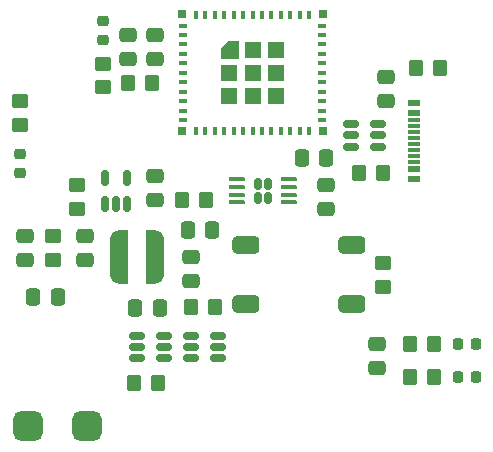
<source format=gbr>
%TF.GenerationSoftware,KiCad,Pcbnew,(6.0.10)*%
%TF.CreationDate,2023-02-26T14:05:18-05:00*%
%TF.ProjectId,ECG_2.0,4543475f-322e-4302-9e6b-696361645f70,rev?*%
%TF.SameCoordinates,Original*%
%TF.FileFunction,Paste,Top*%
%TF.FilePolarity,Positive*%
%FSLAX46Y46*%
G04 Gerber Fmt 4.6, Leading zero omitted, Abs format (unit mm)*
G04 Created by KiCad (PCBNEW (6.0.10)) date 2023-02-26 14:05:18*
%MOMM*%
%LPD*%
G01*
G04 APERTURE LIST*
G04 Aperture macros list*
%AMRoundRect*
0 Rectangle with rounded corners*
0 $1 Rounding radius*
0 $2 $3 $4 $5 $6 $7 $8 $9 X,Y pos of 4 corners*
0 Add a 4 corners polygon primitive as box body*
4,1,4,$2,$3,$4,$5,$6,$7,$8,$9,$2,$3,0*
0 Add four circle primitives for the rounded corners*
1,1,$1+$1,$2,$3*
1,1,$1+$1,$4,$5*
1,1,$1+$1,$6,$7*
1,1,$1+$1,$8,$9*
0 Add four rect primitives between the rounded corners*
20,1,$1+$1,$2,$3,$4,$5,0*
20,1,$1+$1,$4,$5,$6,$7,0*
20,1,$1+$1,$6,$7,$8,$9,0*
20,1,$1+$1,$8,$9,$2,$3,0*%
%AMFreePoly0*
4,1,19,-2.250000,0.000000,-2.234168,0.154524,-2.178607,0.322035,-2.086000,0.472272,-1.961315,0.597174,-1.811240,0.690043,-1.643826,0.745897,-1.488000,0.762000,1.488000,0.762000,1.642524,0.746168,1.810035,0.690607,1.960272,0.598000,2.085174,0.473315,2.178043,0.323240,2.233897,0.155826,2.250000,0.000000,2.250000,-0.762000,-2.250000,-0.762000,-2.250000,0.000000,-2.250000,0.000000,
$1*%
%AMFreePoly1*
4,1,19,-2.250000,0.762000,2.250000,0.762000,2.250000,0.000000,2.234168,-0.154524,2.178607,-0.322035,2.086000,-0.472272,1.961315,-0.597174,1.811240,-0.690043,1.643826,-0.745897,1.488000,-0.762000,-1.488000,-0.762000,-1.642524,-0.746168,-1.810035,-0.690607,-1.960272,-0.598000,-2.085174,-0.473315,-2.178043,-0.323240,-2.233897,-0.155826,-2.250000,0.000000,-2.250000,0.762000,-2.250000,0.762000,
$1*%
G04 Aperture macros list end*
%ADD10C,0.010000*%
%ADD11R,1.140000X0.300000*%
%ADD12R,1.140000X0.600000*%
%ADD13RoundRect,0.150000X0.512500X0.150000X-0.512500X0.150000X-0.512500X-0.150000X0.512500X-0.150000X0*%
%ADD14RoundRect,0.175000X-0.175000X-0.300000X0.175000X-0.300000X0.175000X0.300000X-0.175000X0.300000X0*%
%ADD15RoundRect,0.087500X-0.587500X-0.087500X0.587500X-0.087500X0.587500X0.087500X-0.587500X0.087500X0*%
%ADD16FreePoly0,270.000000*%
%ADD17FreePoly1,270.000000*%
%ADD18RoundRect,0.250000X0.350000X0.450000X-0.350000X0.450000X-0.350000X-0.450000X0.350000X-0.450000X0*%
%ADD19RoundRect,0.250000X-0.475000X0.337500X-0.475000X-0.337500X0.475000X-0.337500X0.475000X0.337500X0*%
%ADD20RoundRect,0.250000X-0.450000X0.350000X-0.450000X-0.350000X0.450000X-0.350000X0.450000X0.350000X0*%
%ADD21RoundRect,0.150000X0.150000X-0.512500X0.150000X0.512500X-0.150000X0.512500X-0.150000X-0.512500X0*%
%ADD22R,0.800000X0.400000*%
%ADD23R,0.400000X0.800000*%
%ADD24R,1.450000X1.450000*%
%ADD25R,0.700000X0.700000*%
%ADD26RoundRect,0.250000X0.450000X-0.350000X0.450000X0.350000X-0.450000X0.350000X-0.450000X-0.350000X0*%
%ADD27RoundRect,0.250000X-0.337500X-0.475000X0.337500X-0.475000X0.337500X0.475000X-0.337500X0.475000X0*%
%ADD28RoundRect,0.381000X0.762000X0.381000X-0.762000X0.381000X-0.762000X-0.381000X0.762000X-0.381000X0*%
%ADD29RoundRect,0.250000X-0.350000X-0.450000X0.350000X-0.450000X0.350000X0.450000X-0.350000X0.450000X0*%
%ADD30RoundRect,0.218750X0.218750X0.256250X-0.218750X0.256250X-0.218750X-0.256250X0.218750X-0.256250X0*%
%ADD31RoundRect,0.250000X0.475000X-0.337500X0.475000X0.337500X-0.475000X0.337500X-0.475000X-0.337500X0*%
%ADD32RoundRect,0.218750X0.256250X-0.218750X0.256250X0.218750X-0.256250X0.218750X-0.256250X-0.218750X0*%
%ADD33RoundRect,0.218750X-0.256250X0.218750X-0.256250X-0.218750X0.256250X-0.218750X0.256250X0.218750X0*%
%ADD34RoundRect,0.250000X0.337500X0.475000X-0.337500X0.475000X-0.337500X-0.475000X0.337500X-0.475000X0*%
%ADD35RoundRect,0.625000X-0.625000X-0.625000X0.625000X-0.625000X0.625000X0.625000X-0.625000X0.625000X0*%
G04 APERTURE END LIST*
%TO.C,U10*%
G36*
X234335000Y-79174000D02*
G01*
X232885000Y-79174000D01*
X232885000Y-78324000D01*
X233485000Y-77724000D01*
X234335000Y-77724000D01*
X234335000Y-79174000D01*
G37*
D10*
X234335000Y-79174000D02*
X232885000Y-79174000D01*
X232885000Y-78324000D01*
X233485000Y-77724000D01*
X234335000Y-77724000D01*
X234335000Y-79174000D01*
%TD*%
D11*
%TO.C,U9*%
X249245500Y-87955000D03*
X249245500Y-86955000D03*
X249245500Y-85455000D03*
X249245500Y-84455000D03*
D12*
X249245500Y-83805000D03*
X249245500Y-83005000D03*
D11*
X249245500Y-84955000D03*
X249245500Y-85955000D03*
X249245500Y-86455000D03*
X249245500Y-87455000D03*
D12*
X249245500Y-88605000D03*
X249245500Y-89405000D03*
%TD*%
D13*
%TO.C,U11*%
X232664000Y-104582000D03*
X232664000Y-103632000D03*
X232664000Y-102682000D03*
X230389000Y-102682000D03*
X230389000Y-103632000D03*
X230389000Y-104582000D03*
%TD*%
D14*
%TO.C,U2*%
X236044000Y-89834000D03*
X236904000Y-91014000D03*
X236904000Y-89834000D03*
X236044000Y-91014000D03*
D15*
X234299000Y-89449000D03*
X234299000Y-90099000D03*
X234299000Y-90749000D03*
X234299000Y-91399000D03*
X238649000Y-91399000D03*
X238649000Y-90749000D03*
X238649000Y-90099000D03*
X238649000Y-89449000D03*
%TD*%
D16*
%TO.C,L1*%
X227306000Y-96012000D03*
D17*
X224306000Y-96012000D03*
%TD*%
D18*
%TO.C,R11*%
X227568000Y-106680000D03*
X225568000Y-106680000D03*
%TD*%
D19*
%TO.C,C12*%
X241808000Y-89894500D03*
X241808000Y-91969500D03*
%TD*%
D20*
%TO.C,R4*%
X215900000Y-82820000D03*
X215900000Y-84820000D03*
%TD*%
D21*
%TO.C,U6*%
X223078000Y-91561500D03*
X224028000Y-91561500D03*
X224978000Y-91561500D03*
X224978000Y-89286500D03*
X223078000Y-89286500D03*
%TD*%
D18*
%TO.C,R3*%
X250936000Y-106199000D03*
X248936000Y-106199000D03*
%TD*%
D19*
%TO.C,C13*%
X230378000Y-95990500D03*
X230378000Y-98065500D03*
%TD*%
D22*
%TO.C,U10*%
X229685000Y-76424000D03*
X229685000Y-77224000D03*
X229685000Y-78024000D03*
X229685000Y-78824000D03*
X229685000Y-79624000D03*
X229685000Y-80424000D03*
X229685000Y-81224000D03*
X229685000Y-82024000D03*
X229685000Y-82824000D03*
X229685000Y-83624000D03*
X229685000Y-84424000D03*
D23*
X230785000Y-85324000D03*
X231585000Y-85324000D03*
X232385000Y-85324000D03*
X233185000Y-85324000D03*
X233985000Y-85324000D03*
X234785000Y-85324000D03*
X235585000Y-85324000D03*
X236385000Y-85324000D03*
X237185000Y-85324000D03*
X237985000Y-85324000D03*
X238785000Y-85324000D03*
X239585000Y-85324000D03*
X240385000Y-85324000D03*
D22*
X241485000Y-84424000D03*
X241485000Y-83624000D03*
X241485000Y-82824000D03*
X241485000Y-82024000D03*
X241485000Y-81224000D03*
X241485000Y-80424000D03*
X241485000Y-79624000D03*
X241485000Y-78824000D03*
X241485000Y-78024000D03*
X241485000Y-77224000D03*
X241485000Y-76424000D03*
D23*
X240385000Y-75524000D03*
X239585000Y-75524000D03*
X238785000Y-75524000D03*
X237985000Y-75524000D03*
X237185000Y-75524000D03*
X236385000Y-75524000D03*
X235585000Y-75524000D03*
X234785000Y-75524000D03*
X233985000Y-75524000D03*
X233185000Y-75524000D03*
X232385000Y-75524000D03*
X231585000Y-75524000D03*
X230785000Y-75524000D03*
D24*
X235585000Y-80424000D03*
X233610000Y-80424000D03*
X237560000Y-78449000D03*
X233610000Y-82399000D03*
X237560000Y-80424000D03*
X235585000Y-82399000D03*
X235585000Y-78449000D03*
X237560000Y-82399000D03*
D25*
X241535000Y-75474000D03*
X241535000Y-85374000D03*
X229635000Y-85374000D03*
X229635000Y-75474000D03*
%TD*%
D18*
%TO.C,R10*%
X251428000Y-80010000D03*
X249428000Y-80010000D03*
%TD*%
D26*
%TO.C,R1*%
X246634000Y-98536000D03*
X246634000Y-96536000D03*
%TD*%
D27*
%TO.C,C1*%
X230102500Y-93726000D03*
X232177500Y-93726000D03*
%TD*%
D28*
%TO.C,U8*%
X244022000Y-100036000D03*
X244022000Y-95036000D03*
X235022000Y-100036000D03*
X235022000Y-95036000D03*
%TD*%
D27*
%TO.C,C4*%
X225663000Y-100330000D03*
X227738000Y-100330000D03*
%TD*%
%TO.C,C5*%
X217021500Y-99441000D03*
X219096500Y-99441000D03*
%TD*%
D29*
%TO.C,R8*%
X225060000Y-81280000D03*
X227060000Y-81280000D03*
%TD*%
D19*
%TO.C,C6*%
X227330000Y-89132500D03*
X227330000Y-91207500D03*
%TD*%
D30*
%TO.C,D2*%
X254533500Y-106172000D03*
X252958500Y-106172000D03*
%TD*%
%TO.C,D1*%
X254533500Y-103378000D03*
X252958500Y-103378000D03*
%TD*%
D18*
%TO.C,Rprog1*%
X231632000Y-91186000D03*
X229632000Y-91186000D03*
%TD*%
D31*
%TO.C,C8*%
X216352500Y-96287500D03*
X216352500Y-94212500D03*
%TD*%
D32*
%TO.C,D3*%
X215900000Y-88900000D03*
X215900000Y-87325000D03*
%TD*%
D18*
%TO.C,R12*%
X232394000Y-100264000D03*
X230394000Y-100264000D03*
%TD*%
D13*
%TO.C,U3*%
X246231500Y-86675000D03*
X246231500Y-85725000D03*
X246231500Y-84775000D03*
X243956500Y-84775000D03*
X243956500Y-85725000D03*
X243956500Y-86675000D03*
%TD*%
D26*
%TO.C,R6*%
X220726000Y-91932000D03*
X220726000Y-89932000D03*
%TD*%
D33*
%TO.C,D4*%
X222885000Y-76047500D03*
X222885000Y-77622500D03*
%TD*%
D26*
%TO.C,R5*%
X218694000Y-96250000D03*
X218694000Y-94250000D03*
%TD*%
D19*
%TO.C,C2*%
X246126000Y-103356500D03*
X246126000Y-105431500D03*
%TD*%
D18*
%TO.C,R2*%
X250936000Y-103378000D03*
X248936000Y-103378000D03*
%TD*%
%TO.C,R9*%
X246602000Y-88900000D03*
X244602000Y-88900000D03*
%TD*%
D31*
%TO.C,C9*%
X225044000Y-79269500D03*
X225044000Y-77194500D03*
%TD*%
%TO.C,C10*%
X227330000Y-79269500D03*
X227330000Y-77194500D03*
%TD*%
D13*
%TO.C,U12*%
X228092000Y-104582000D03*
X228092000Y-103632000D03*
X228092000Y-102682000D03*
X225817000Y-102682000D03*
X225817000Y-103632000D03*
X225817000Y-104582000D03*
%TD*%
D31*
%TO.C,C7*%
X221385000Y-96287500D03*
X221385000Y-94212500D03*
%TD*%
D34*
%TO.C,C3*%
X241829500Y-87630000D03*
X239754500Y-87630000D03*
%TD*%
D26*
%TO.C,R7*%
X222885000Y-81645000D03*
X222885000Y-79645000D03*
%TD*%
D35*
%TO.C,U1*%
X216575000Y-110363000D03*
X221575000Y-110363000D03*
%TD*%
D31*
%TO.C,C11*%
X246872000Y-82825500D03*
X246872000Y-80750500D03*
%TD*%
M02*

</source>
